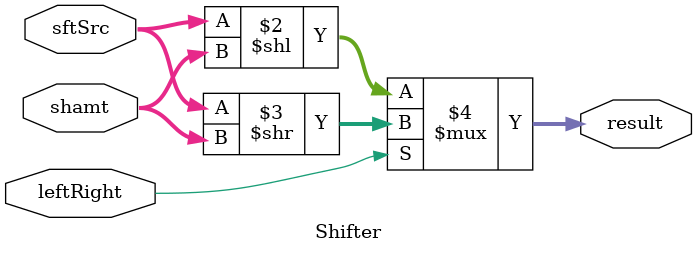
<source format=v>
module Shifter( result, leftRight, shamt, sftSrc );

//I/O ports 
output	[32-1:0] result;

input			leftRight;
input	[5-1:0] shamt;
input	[32-1:0] sftSrc ;

//Internal Signals
wire	[32-1:0] result;
  
//Main function
/*your code here*/

assign result = (leftRight == 0)? sftSrc<<shamt: sftSrc>>shamt;

endmodule
</source>
